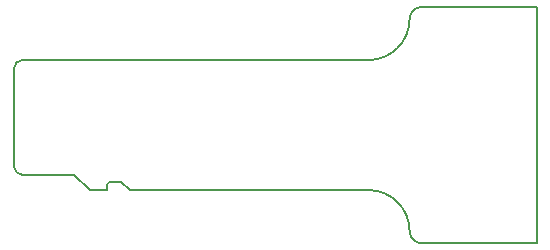
<source format=gbr>
G04 #@! TF.FileFunction,Profile,NP*
%FSLAX46Y46*%
G04 Gerber Fmt 4.6, Leading zero omitted, Abs format (unit mm)*
G04 Created by KiCad (PCBNEW 4.0.7) date Thu Nov 23 13:57:06 2017*
%MOMM*%
%LPD*%
G01*
G04 APERTURE LIST*
%ADD10C,0.100000*%
%ADD11C,0.150000*%
G04 APERTURE END LIST*
D10*
D11*
X173000000Y-97650000D02*
X173000000Y-117650000D01*
X163250000Y-97650000D02*
X173000000Y-97650000D01*
X163250000Y-117650000D02*
X173000000Y-117650000D01*
X162250000Y-116650000D02*
G75*
G03X163250000Y-117650000I1000000J0D01*
G01*
X163250000Y-97650000D02*
G75*
G03X162250000Y-98650000I0J-1000000D01*
G01*
X158750000Y-102150000D02*
G75*
G03X162250000Y-98650000I0J3500000D01*
G01*
X162250000Y-116650000D02*
G75*
G03X158750000Y-113150000I-3500000J0D01*
G01*
X129450000Y-102150000D02*
X158750000Y-102150000D01*
X138550000Y-113150000D02*
X158750000Y-113150000D01*
X136650000Y-113150000D02*
X136650000Y-112650000D01*
X138550000Y-113150000D02*
X137850000Y-112450000D01*
X137850000Y-112450000D02*
X136850000Y-112450000D01*
X136850000Y-112450000D02*
G75*
G03X136650000Y-112650000I0J-200000D01*
G01*
X135150000Y-113150000D02*
X136650000Y-113150000D01*
X133850000Y-111850000D02*
X129450000Y-111850000D01*
X133850000Y-111850000D02*
X135150000Y-113150000D01*
X128750000Y-102850000D02*
X128750000Y-111150000D01*
X129450000Y-102150000D02*
G75*
G03X128750000Y-102850000I0J-700000D01*
G01*
X128750000Y-111150000D02*
G75*
G03X129450000Y-111850000I700000J0D01*
G01*
M02*

</source>
